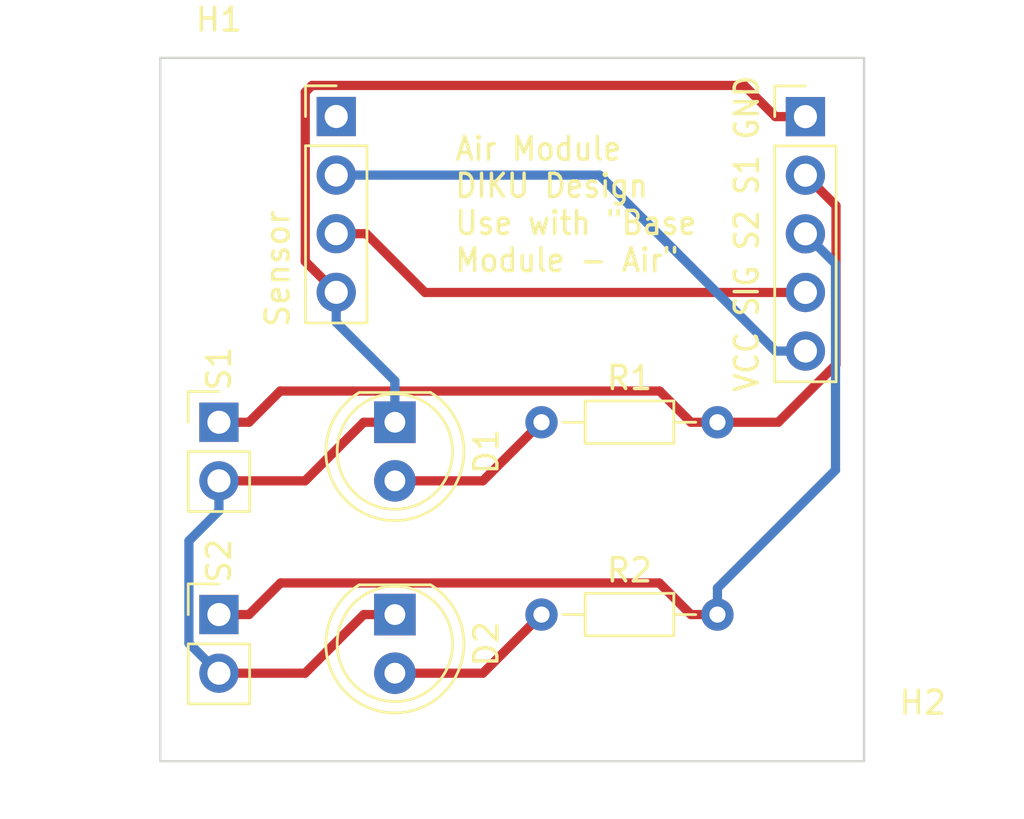
<source format=kicad_pcb>
(kicad_pcb (version 20211014) (generator pcbnew)
  (layers (0 "F.Cu" signal) (31 "B.Cu" signal) (34 "B.Paste" user) (35 "F.Paste" user) (36 "B.SilkS" user "B.Silkscreen") (37 "F.SilkS" user "F.Silkscreen") (38 "B.Mask" user) (39 "F.Mask" user) (44 "Edge.Cuts" user))
  (net 0 "")
  (net 1 "Net-(D1-Pad1)")
  (net 2 "Net-(J1-Pad1)")
  (net 3 "Net-(D2-Pad2)")
  (net 5 "Net-(J3-Pad2)")
  (net 6 "Net-(J3-Pad3)")
  (net 7 "Net-(D1-Pad2)")
  (net 8 "Net-(J2-Pad1)")
  (footprint "MountingHole:MountingHole_3.2mm_M3" (layer "F.Cu") (at 190.5 106.68)
    (fp_text reference "H2" (at 5.08 0) (layer "F.SilkS"))
    (fp_text value "MountingHole_3.2mm_M3")
    (pad "" np_thru_hole circle (at 0 0) (size 3.2 3.2) (drill 3.2) (layers *.Cu *.Mask))
  )
  (footprint "LED_THT:LED_D5.0mm" (layer "F.Cu") (at 172.72 102.865 -90)
    (fp_text reference "D2" (at 1.27 -3.96 -90) (layer "F.SilkS"))
    (fp_text value "LED")
    (fp_line (start -1.29 -1.545) (end -1.29 1.545) (layer "F.SilkS") (width 0.12))
    (fp_arc (start -1.29 -1.54483) (mid 2.072002 -2.880433) (end 4.26 0.000462) (layer "F.SilkS") (width 0.12))
    (fp_arc (start 4.26 -0.000462) (mid 2.072002 2.880433) (end -1.29 1.54483) (layer "F.SilkS") (width 0.12))
    (fp_circle (center 1.27 0) (end 3.77 0) (layer "F.SilkS") (width 0.12) (fill none))
    (pad "1" thru_hole rect (at 0 0 270) (size 1.8 1.8) (drill 0.9) (layers *.Cu *.Mask) (net 1 "Net-(D1-Pad1)"))
    (pad "2" thru_hole circle (at 2.54 0 270) (size 1.8 1.8) (drill 0.9) (layers *.Cu *.Mask) (net 3 "Net-(D2-Pad2)"))
  )
  (footprint "Connector_PinHeader_2.54mm:PinHeader_1x05_P2.54mm_Vertical" (layer "F.Cu") (at 190.5 81.285)
    (fp_text reference "J4" hide)
    (fp_text value "Conn_01x05")
    (fp_line (start 1.33 1.27) (end 1.33 11.49) (layer "F.SilkS") (width 0.12))
    (fp_line (start -1.33 1.27) (end 1.33 1.27) (layer "F.SilkS") (width 0.12))
    (fp_line (start -1.33 0) (end -1.33 -1.33) (layer "F.SilkS") (width 0.12))
    (fp_line (start -1.33 11.49) (end 1.33 11.49) (layer "F.SilkS") (width 0.12))
    (fp_line (start -1.33 1.27) (end -1.33 11.49) (layer "F.SilkS") (width 0.12))
    (fp_line (start -1.33 -1.33) (end 0 -1.33) (layer "F.SilkS") (width 0.12))
    (pad "1" thru_hole rect (at 0 0) (size 1.7 1.7) (drill 1) (layers *.Cu *.Mask) (net 1 "Net-(D1-Pad1)"))
    (pad "2" thru_hole oval (at 0 2.54) (size 1.7 1.7) (drill 1) (layers *.Cu *.Mask) (net 2 "Net-(J1-Pad1)"))
    (pad "3" thru_hole oval (at 0 5.08) (size 1.7 1.7) (drill 1) (layers *.Cu *.Mask) (net 8 "Net-(J2-Pad1)"))
    (pad "4" thru_hole oval (at 0 7.62) (size 1.7 1.7) (drill 1) (layers *.Cu *.Mask) (net 6 "Net-(J3-Pad3)"))
    (pad "5" thru_hole oval (at 0 10.16) (size 1.7 1.7) (drill 1) (layers *.Cu *.Mask) (net 5 "Net-(J3-Pad2)"))
  )
  (footprint "LED_THT:LED_D5.0mm" (layer "F.Cu") (at 172.72 94.53 -90)
    (fp_text reference "D1" (at 1.27 -3.96 -90) (layer "F.SilkS"))
    (fp_text value "LED")
    (fp_line (start -1.29 -1.545) (end -1.29 1.545) (layer "F.SilkS") (width 0.12))
    (fp_arc (start -1.29 -1.54483) (mid 2.072002 -2.880433) (end 4.26 0.000462) (layer "F.SilkS") (width 0.12))
    (fp_arc (start 4.26 -0.000462) (mid 2.072002 2.880433) (end -1.29 1.54483) (layer "F.SilkS") (width 0.12))
    (fp_circle (center 1.27 0) (end 3.77 0) (layer "F.SilkS") (width 0.12) (fill none))
    (pad "1" thru_hole rect (at 0 0 270) (size 1.8 1.8) (drill 0.9) (layers *.Cu *.Mask) (net 1 "Net-(D1-Pad1)"))
    (pad "2" thru_hole circle (at 2.54 0 270) (size 1.8 1.8) (drill 0.9) (layers *.Cu *.Mask) (net 7 "Net-(D1-Pad2)"))
  )
  (footprint "MountingHole:MountingHole_3.2mm_M3" (layer "F.Cu") (at 165.1 81.28)
    (fp_text reference "H1" (at 0 -4.2) (layer "F.SilkS"))
    (fp_text value "MountingHole_3.2mm_M3")
    (pad "" np_thru_hole circle (at 0 0) (size 3.2 3.2) (drill 3.2) (layers F&B.Cu *.Mask))
  )
  (footprint "Connector_PinHeader_2.54mm:PinHeader_1x04_P2.54mm_Vertical" (layer "F.Cu") (at 170.18 81.28)
    (fp_text reference "Sensor" (at -2.54 3.97 90) (layer "F.SilkS") (effects (justify right)))
    (fp_text value "Conn_01x04")
    (fp_line (start 1.33 1.27) (end 1.33 8.95) (layer "F.SilkS") (width 0.12))
    (fp_line (start -1.33 8.95) (end 1.33 8.95) (layer "F.SilkS") (width 0.12))
    (fp_line (start -1.33 1.27) (end -1.33 8.95) (layer "F.SilkS") (width 0.12))
    (fp_line (start -1.33 1.27) (end 1.33 1.27) (layer "F.SilkS") (width 0.12))
    (fp_line (start -1.33 -1.33) (end 0 -1.33) (layer "F.SilkS") (width 0.12))
    (fp_line (start -1.33 0) (end -1.33 -1.33) (layer "F.SilkS") (width 0.12))
    (pad "1" thru_hole rect (at 0 0) (size 1.7 1.7) (drill 1) (layers *.Cu *.Mask))
    (pad "2" thru_hole oval (at 0 2.54) (size 1.7 1.7) (drill 1) (layers *.Cu *.Mask) (net 5 "Net-(J3-Pad2)"))
    (pad "3" thru_hole oval (at 0 5.08) (size 1.7 1.7) (drill 1) (layers *.Cu *.Mask) (net 6 "Net-(J3-Pad3)"))
    (pad "4" thru_hole oval (at 0 7.62) (size 1.7 1.7) (drill 1) (layers *.Cu *.Mask) (net 1 "Net-(D1-Pad1)"))
  )
  (footprint "Connector_PinHeader_2.54mm:PinHeader_1x02_P2.54mm_Vertical" (layer "F.Cu") (at 165.1 94.53)
    (fp_text reference "S1" (at 0 -2.33 90) (layer "F.SilkS"))
    (fp_text value "Conn_01x02")
    (fp_line (start -1.33 1.27) (end -1.33 3.87) (layer "F.SilkS") (width 0.12))
    (fp_line (start 1.33 1.27) (end 1.33 3.87) (layer "F.SilkS") (width 0.12))
    (fp_line (start -1.33 3.87) (end 1.33 3.87) (layer "F.SilkS") (width 0.12))
    (fp_line (start -1.33 1.27) (end 1.33 1.27) (layer "F.SilkS") (width 0.12))
    (fp_line (start -1.33 -1.33) (end 0 -1.33) (layer "F.SilkS") (width 0.12))
    (fp_line (start -1.33 0) (end -1.33 -1.33) (layer "F.SilkS") (width 0.12))
    (pad "1" thru_hole rect (at 0 0) (size 1.7 1.7) (drill 1) (layers *.Cu *.Mask) (net 2 "Net-(J1-Pad1)"))
    (pad "2" thru_hole oval (at 0 2.54) (size 1.7 1.7) (drill 1) (layers *.Cu *.Mask) (net 1 "Net-(D1-Pad1)"))
  )
  (footprint "Resistor_THT:R_Axial_DIN0204_L3.6mm_D1.6mm_P7.62mm_Horizontal" (layer "F.Cu") (at 179.07 102.865)
    (fp_text reference "R2" (at 3.81 -1.92) (layer "F.SilkS"))
    (fp_text value "R")
    (fp_line (start 5.73 0.92) (end 5.73 -0.92) (layer "F.SilkS") (width 0.12))
    (fp_line (start 1.89 -0.92) (end 1.89 0.92) (layer "F.SilkS") (width 0.12))
    (fp_line (start 5.73 -0.92) (end 1.89 -0.92) (layer "F.SilkS") (width 0.12))
    (fp_line (start 0.94 0) (end 1.89 0) (layer "F.SilkS") (width 0.12))
    (fp_line (start 6.68 0) (end 5.73 0) (layer "F.SilkS") (width 0.12))
    (fp_line (start 1.89 0.92) (end 5.73 0.92) (layer "F.SilkS") (width 0.12))
    (pad "1" thru_hole circle (at 0 0) (size 1.4 1.4) (drill 0.7) (layers *.Cu *.Mask) (net 3 "Net-(D2-Pad2)"))
    (pad "2" thru_hole oval (at 7.62 0) (size 1.4 1.4) (drill 0.7) (layers *.Cu *.Mask) (net 8 "Net-(J2-Pad1)"))
  )
  (footprint "Connector_PinHeader_2.54mm:PinHeader_1x02_P2.54mm_Vertical" (layer "F.Cu") (at 165.1 102.865)
    (fp_text reference "S2" (at 0 -2.33 90) (layer "F.SilkS"))
    (fp_text value "Conn_01x02")
    (fp_line (start 1.33 1.27) (end 1.33 3.87) (layer "F.SilkS") (width 0.12))
    (fp_line (start -1.33 0) (end -1.33 -1.33) (layer "F.SilkS") (width 0.12))
    (fp_line (start -1.33 -1.33) (end 0 -1.33) (layer "F.SilkS") (width 0.12))
    (fp_line (start -1.33 3.87) (end 1.33 3.87) (layer "F.SilkS") (width 0.12))
    (fp_line (start -1.33 1.27) (end 1.33 1.27) (layer "F.SilkS") (width 0.12))
    (fp_line (start -1.33 1.27) (end -1.33 3.87) (layer "F.SilkS") (width 0.12))
    (pad "1" thru_hole rect (at 0 0) (size 1.7 1.7) (drill 1) (layers *.Cu *.Mask) (net 8 "Net-(J2-Pad1)"))
    (pad "2" thru_hole oval (at 0 2.54) (size 1.7 1.7) (drill 1) (layers *.Cu *.Mask) (net 1 "Net-(D1-Pad1)"))
  )
  (footprint "Resistor_THT:R_Axial_DIN0204_L3.6mm_D1.6mm_P7.62mm_Horizontal" (layer "F.Cu") (at 179.07 94.53)
    (fp_text reference "R1" (at 3.81 -1.92) (layer "F.SilkS"))
    (fp_text value "R")
    (fp_line (start 1.89 -0.92) (end 1.89 0.92) (layer "F.SilkS") (width 0.12))
    (fp_line (start 6.68 0) (end 5.73 0) (layer "F.SilkS") (width 0.12))
    (fp_line (start 5.73 -0.92) (end 1.89 -0.92) (layer "F.SilkS") (width 0.12))
    (fp_line (start 5.73 0.92) (end 5.73 -0.92) (layer "F.SilkS") (width 0.12))
    (fp_line (start 1.89 0.92) (end 5.73 0.92) (layer "F.SilkS") (width 0.12))
    (fp_line (start 0.94 0) (end 1.89 0) (layer "F.SilkS") (width 0.12))
    (pad "1" thru_hole circle (at 0 0) (size 1.4 1.4) (drill 0.7) (layers *.Cu *.Mask) (net 7 "Net-(D1-Pad2)"))
    (pad "2" thru_hole oval (at 7.62 0) (size 1.4 1.4) (drill 0.7) (layers *.Cu *.Mask) (net 2 "Net-(J1-Pad1)"))
  )
  (gr_rect (start 162.56 78.74) (end 193.04 109.22) (layer "Edge.Cuts") (width 0.1) (fill none))
  (gr_text "VCC SIG S2 S1 GND" (at 187.96 86.36 90) (layer "F.SilkS") (effects (font (size 1 0.9))))
  (gr_text "Air Module\nDIKU Design\nUse with {dblquote}Base \nModule - Air{dblquote}\n" (at 175.26 85.09) (layer "F.SilkS") (effects (font (size 1 0.9)) (justify left)))
  (segment (start 169.1299 79.9341) (end 168.838 80.226) (width 0.4) (layer "F.Cu") (net 1))
  (segment (start 168.8299 97.07) (end 171.3699 94.53) (width 0.4) (layer "F.Cu") (net 1))
  (segment (start 187.849 79.9341) (end 169.1299 79.9341) (width 0.4) (layer "F.Cu") (net 1))
  (segment (start 172.72 102.865) (end 171.3699 102.865) (width 0.4) (layer "F.Cu") (net 1))
  (segment (start 168.8299 105.405) (end 171.3699 102.865) (width 0.4) (layer "F.Cu") (net 1))
  (segment (start 172.72 94.53) (end 171.3699 94.53) (width 0.4) (layer "F.Cu") (net 1))
  (segment (start 165.1 97.07) (end 168.8299 97.07) (width 0.4) (layer "F.Cu") (net 1))
  (segment (start 168.838 87.558) (end 170.18 88.9) (width 0.4) (layer "F.Cu") (net 1))
  (segment (start 165.1 105.405) (end 168.8299 105.405) (width 0.4) (layer "F.Cu") (net 1))
  (segment (start 190.5 81.285) (end 189.1999 81.285) (width 0.4) (layer "F.Cu") (net 1))
  (segment (start 168.838 80.226) (end 168.838 87.558) (width 0.4) (layer "F.Cu") (net 1))
  (segment (start 189.1999 81.285) (end 187.849 79.9341) (width 0.4) (layer "F.Cu") (net 1))
  (segment (start 165.1 97.07) (end 165.1 98.3701) (width 0.4) (layer "B.Cu") (net 1))
  (segment (start 172.72 92.7401) (end 172.72 94.53) (width 0.4) (layer "B.Cu") (net 1))
  (segment (start 170.18 90.2001) (end 172.72 92.7401) (width 0.4) (layer "B.Cu") (net 1))
  (segment (start 165.1 98.3701) (end 163.7998 99.6703) (width 0.4) (layer "B.Cu") (net 1))
  (segment (start 163.7998 99.6703) (end 163.7998 104.1048) (width 0.4) (layer "B.Cu") (net 1))
  (segment (start 163.7998 104.1048) (end 165.1 105.405) (width 0.4) (layer "B.Cu") (net 1))
  (segment (start 170.18 88.9) (end 170.18 90.2001) (width 0.4) (layer "B.Cu") (net 1))
  (segment (start 186.115 94.53) (end 186.69 94.53) (width 0.4) (layer "F.Cu") (net 2))
  (segment (start 167.7522 93.1779) (end 184.1878 93.1779) (width 0.4) (layer "F.Cu") (net 2))
  (segment (start 165.1 94.53) (end 166.4001 94.53) (width 0.4) (layer "F.Cu") (net 2))
  (segment (start 186.69 94.53) (end 189.3245 94.53) (width 0.4) (layer "F.Cu") (net 2))
  (segment (start 191.8249 92.0296) (end 191.8249 85.1499) (width 0.4) (layer "F.Cu") (net 2))
  (segment (start 186.115 94.53) (end 185.5399 94.53) (width 0.4) (layer "F.Cu") (net 2))
  (segment (start 191.8249 85.1499) (end 190.5 83.825) (width 0.4) (layer "F.Cu") (net 2))
  (segment (start 166.4001 94.53) (end 167.7522 93.1779) (width 0.4) (layer "F.Cu") (net 2))
  (segment (start 184.1878 93.1779) (end 185.5399 94.53) (width 0.4) (layer "F.Cu") (net 2))
  (segment (start 189.3245 94.53) (end 191.8249 92.0296) (width 0.4) (layer "F.Cu") (net 2))
  (segment (start 176.53 105.405) (end 172.72 105.405) (width 0.4) (layer "F.Cu") (net 3))
  (segment (start 179.07 102.865) (end 176.53 105.405) (width 0.4) (layer "F.Cu") (net 3))
  (segment (start 181.5749 83.82) (end 189.1999 91.445) (width 0.4) (layer "B.Cu") (net 5))
  (segment (start 170.18 83.82) (end 181.5749 83.82) (width 0.4) (layer "B.Cu") (net 5))
  (segment (start 190.5 91.445) (end 189.1999 91.445) (width 0.4) (layer "B.Cu") (net 5))
  (segment (start 171.4801 86.36) (end 174.0251 88.905) (width 0.4) (layer "F.Cu") (net 6))
  (segment (start 170.18 86.36) (end 171.4801 86.36) (width 0.4) (layer "F.Cu") (net 6))
  (segment (start 174.0251 88.905) (end 190.5 88.905) (width 0.4) (layer "F.Cu") (net 6))
  (segment (start 179.07 94.53) (end 176.53 97.07) (width 0.4) (layer "F.Cu") (net 7))
  (segment (start 176.53 97.07) (end 172.72 97.07) (width 0.4) (layer "F.Cu") (net 7))
  (segment (start 184.1689 101.494) (end 185.5399 102.865) (width 0.4) (layer "F.Cu") (net 8))
  (segment (start 165.1 102.865) (end 166.4001 102.865) (width 0.4) (layer "F.Cu") (net 8))
  (segment (start 166.4001 102.865) (end 167.7711 101.494) (width 0.4) (layer "F.Cu") (net 8))
  (segment (start 167.7711 101.494) (end 184.1689 101.494) (width 0.4) (layer "F.Cu") (net 8))
  (segment (start 186.69 102.865) (end 185.5399 102.865) (width 0.4) (layer "F.Cu") (net 8))
  (segment (start 191.803 96.6019) (end 191.803 87.668) (width 0.4) (layer "B.Cu") (net 8))
  (segment (start 191.803 87.668) (end 190.5 86.365) (width 0.4) (layer "B.Cu") (net 8))
  (segment (start 186.69 101.7149) (end 191.803 96.6019) (width 0.4) (layer "B.Cu") (net 8))
  (segment (start 186.69 102.865) (end 186.69 101.7149) (width 0.4) (layer "B.Cu") (net 8))
)
</source>
